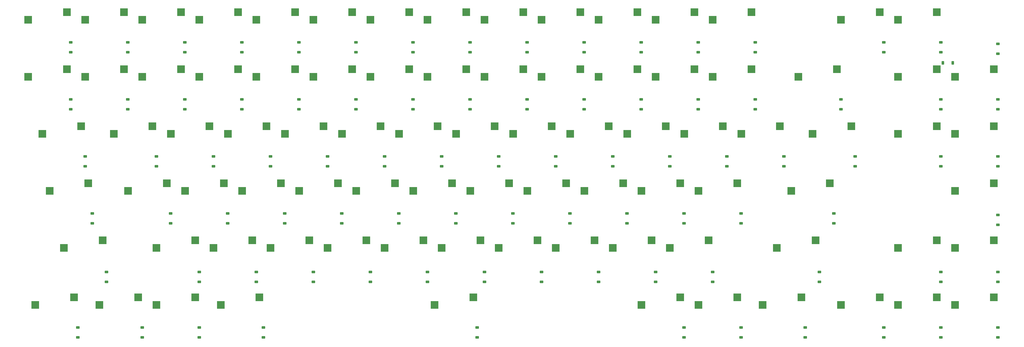
<source format=gbp>
%TF.GenerationSoftware,KiCad,Pcbnew,9.0.2*%
%TF.CreationDate,2025-07-13T14:40:43-07:00*%
%TF.ProjectId,Kicad Project,4b696361-6420-4507-926f-6a6563742e6b,rev?*%
%TF.SameCoordinates,Original*%
%TF.FileFunction,Paste,Bot*%
%TF.FilePolarity,Positive*%
%FSLAX46Y46*%
G04 Gerber Fmt 4.6, Leading zero omitted, Abs format (unit mm)*
G04 Created by KiCad (PCBNEW 9.0.2) date 2025-07-13 14:40:43*
%MOMM*%
%LPD*%
G01*
G04 APERTURE LIST*
G04 Aperture macros list*
%AMRoundRect*
0 Rectangle with rounded corners*
0 $1 Rounding radius*
0 $2 $3 $4 $5 $6 $7 $8 $9 X,Y pos of 4 corners*
0 Add a 4 corners polygon primitive as box body*
4,1,4,$2,$3,$4,$5,$6,$7,$8,$9,$2,$3,0*
0 Add four circle primitives for the rounded corners*
1,1,$1+$1,$2,$3*
1,1,$1+$1,$4,$5*
1,1,$1+$1,$6,$7*
1,1,$1+$1,$8,$9*
0 Add four rect primitives between the rounded corners*
20,1,$1+$1,$2,$3,$4,$5,0*
20,1,$1+$1,$4,$5,$6,$7,0*
20,1,$1+$1,$6,$7,$8,$9,0*
20,1,$1+$1,$8,$9,$2,$3,0*%
G04 Aperture macros list end*
%ADD10R,2.550000X2.500000*%
%ADD11RoundRect,0.225000X0.375000X-0.225000X0.375000X0.225000X-0.375000X0.225000X-0.375000X-0.225000X0*%
%ADD12RoundRect,0.225000X0.225000X0.375000X-0.225000X0.375000X-0.225000X-0.375000X0.225000X-0.375000X0*%
G04 APERTURE END LIST*
D10*
%TO.C,MX42*%
X140552660Y-128428828D03*
X153479660Y-125888828D03*
%TD*%
%TO.C,MX23*%
X221515160Y-90328828D03*
X234442160Y-87788828D03*
%TD*%
%TO.C,MX27*%
X78640160Y-109378828D03*
X91567160Y-106838828D03*
%TD*%
%TO.C,MX33*%
X192940160Y-109378828D03*
X205867160Y-106838828D03*
%TD*%
%TO.C,MX29*%
X116740160Y-109378828D03*
X129667160Y-106838828D03*
%TD*%
%TO.C,MX25*%
X259615160Y-90328828D03*
X272542160Y-87788828D03*
%TD*%
%TO.C,MX39*%
X83402660Y-128428828D03*
X96329660Y-125888828D03*
%TD*%
%TO.C,MX36*%
X250090160Y-109378828D03*
X263017160Y-106838828D03*
%TD*%
D11*
%TO.C,D54*%
X183356410Y-158812578D03*
X183356410Y-155512578D03*
%TD*%
%TO.C,D51*%
X126206410Y-158812578D03*
X126206410Y-155512578D03*
%TD*%
D10*
%TO.C,MX57*%
X226277660Y-147478828D03*
X239204660Y-144938828D03*
%TD*%
%TO.C,MX73*%
X321527660Y-166528828D03*
X334454660Y-163988828D03*
%TD*%
%TO.C,MX76*%
X52446410Y-166528828D03*
X65373410Y-163988828D03*
%TD*%
D11*
%TO.C,D59*%
X278606410Y-158812578D03*
X278606410Y-155512578D03*
%TD*%
D10*
%TO.C,MX13*%
X278665160Y-71278828D03*
X291592160Y-68738828D03*
%TD*%
%TO.C,MX16*%
X88165160Y-90328828D03*
X101092160Y-87788828D03*
%TD*%
%TO.C,MX53*%
X150077660Y-147478828D03*
X163004660Y-144938828D03*
%TD*%
%TO.C,MX59*%
X264377660Y-147478828D03*
X277304660Y-144938828D03*
%TD*%
D11*
%TO.C,D56*%
X221456410Y-158812578D03*
X221456410Y-155512578D03*
%TD*%
D10*
%TO.C,MX80*%
X312002660Y-109378828D03*
X324929660Y-106838828D03*
%TD*%
%TO.C,MX82*%
X307240160Y-90328828D03*
X320167160Y-87788828D03*
%TD*%
%TO.C,MX6*%
X145315160Y-71278828D03*
X158242160Y-68738828D03*
%TD*%
%TO.C,MX72*%
X340577660Y-147478828D03*
X353504660Y-144938828D03*
%TD*%
%TO.C,MX54*%
X169127660Y-147478828D03*
X182054660Y-144938828D03*
%TD*%
D11*
%TO.C,D52*%
X145256410Y-158812578D03*
X145256410Y-155512578D03*
%TD*%
D10*
%TO.C,MX51*%
X111977660Y-147478828D03*
X124904660Y-144938828D03*
%TD*%
%TO.C,MX74*%
X340577660Y-166528828D03*
X353504660Y-163988828D03*
%TD*%
%TO.C,MX35*%
X231040160Y-109378828D03*
X243967160Y-106838828D03*
%TD*%
%TO.C,MX63*%
X273902660Y-166528828D03*
X286829660Y-163988828D03*
%TD*%
D11*
%TO.C,D53*%
X164306410Y-158812578D03*
X164306410Y-155512578D03*
%TD*%
D10*
%TO.C,MX22*%
X202465160Y-90328828D03*
X215392160Y-87788828D03*
%TD*%
%TO.C,MX46*%
X216752660Y-128428828D03*
X229679660Y-125888828D03*
%TD*%
D11*
%TO.C,D85*%
X314325160Y-158812578D03*
X314325160Y-155512578D03*
%TD*%
D10*
%TO.C,MX12*%
X259615160Y-71278828D03*
X272542160Y-68738828D03*
%TD*%
%TO.C,MX9*%
X202465160Y-71278828D03*
X215392160Y-68738828D03*
%TD*%
%TO.C,MX64*%
X321527660Y-71278828D03*
X334454660Y-68738828D03*
%TD*%
%TO.C,MX30*%
X135790160Y-109378828D03*
X148717160Y-106838828D03*
%TD*%
%TO.C,MX14*%
X50065160Y-90328828D03*
X62992160Y-87788828D03*
%TD*%
%TO.C,MX8*%
X183415160Y-71278828D03*
X196342160Y-68738828D03*
%TD*%
%TO.C,MX45*%
X197702660Y-128428828D03*
X210629660Y-125888828D03*
%TD*%
%TO.C,MX20*%
X164365160Y-90328828D03*
X177292160Y-87788828D03*
%TD*%
%TO.C,MX65*%
X340577660Y-71278828D03*
X353504660Y-68738828D03*
%TD*%
%TO.C,MX78*%
X295333910Y-166528828D03*
X308260910Y-163988828D03*
%TD*%
D11*
%TO.C,D84*%
X76200160Y-158812578D03*
X76200160Y-155512578D03*
%TD*%
D10*
%TO.C,MX34*%
X211990160Y-109378828D03*
X224917160Y-106838828D03*
%TD*%
%TO.C,MX84*%
X61971410Y-147478828D03*
X74898410Y-144938828D03*
%TD*%
%TO.C,MX52*%
X131027660Y-147478828D03*
X143954660Y-144938828D03*
%TD*%
%TO.C,MX61*%
X92927660Y-166528828D03*
X105854660Y-163988828D03*
%TD*%
D11*
%TO.C,D55*%
X202406410Y-158812578D03*
X202406410Y-155512578D03*
%TD*%
D10*
%TO.C,MX7*%
X164365160Y-71278828D03*
X177292160Y-68738828D03*
%TD*%
%TO.C,MX40*%
X102452660Y-128428828D03*
X115379660Y-125888828D03*
%TD*%
%TO.C,MX43*%
X159602660Y-128428828D03*
X172529660Y-125888828D03*
%TD*%
%TO.C,MX28*%
X97690160Y-109378828D03*
X110617160Y-106838828D03*
%TD*%
%TO.C,MX66*%
X340577660Y-90328828D03*
X353504660Y-87788828D03*
%TD*%
%TO.C,MX68*%
X340577660Y-109378828D03*
X353504660Y-106838828D03*
%TD*%
D11*
%TO.C,D72*%
X354806410Y-158812578D03*
X354806410Y-155512578D03*
%TD*%
%TO.C,D58*%
X259556410Y-158812578D03*
X259556410Y-155512578D03*
%TD*%
D10*
%TO.C,MX67*%
X359627660Y-90328828D03*
X372554660Y-87788828D03*
%TD*%
%TO.C,MX32*%
X173890160Y-109378828D03*
X186817160Y-106838828D03*
%TD*%
%TO.C,MX58*%
X245327660Y-147478828D03*
X258254660Y-144938828D03*
%TD*%
%TO.C,MX38*%
X288190160Y-109378828D03*
X301117160Y-106838828D03*
%TD*%
%TO.C,MX49*%
X273902660Y-128428828D03*
X286829660Y-125888828D03*
%TD*%
%TO.C,MX75*%
X359627660Y-166528828D03*
X372554660Y-163988828D03*
%TD*%
%TO.C,MX18*%
X126265160Y-90328828D03*
X139192160Y-87788828D03*
%TD*%
%TO.C,MX21*%
X183415160Y-90328828D03*
X196342160Y-87788828D03*
%TD*%
%TO.C,MX11*%
X240565160Y-71278828D03*
X253492160Y-68738828D03*
%TD*%
%TO.C,MX81*%
X57208910Y-128428828D03*
X70135910Y-125888828D03*
%TD*%
%TO.C,MX24*%
X240565160Y-90328828D03*
X253492160Y-87788828D03*
%TD*%
%TO.C,MX79*%
X54827660Y-109378828D03*
X67754660Y-106838828D03*
%TD*%
%TO.C,MX3*%
X88165160Y-71278828D03*
X101092160Y-68738828D03*
%TD*%
D11*
%TO.C,D71*%
X373856410Y-158812578D03*
X373856410Y-155512578D03*
%TD*%
D10*
%TO.C,MX70*%
X359627660Y-128428828D03*
X372554660Y-125888828D03*
%TD*%
%TO.C,MX15*%
X69115160Y-90328828D03*
X82042160Y-87788828D03*
%TD*%
D11*
%TO.C,D50*%
X107156410Y-158812578D03*
X107156410Y-155512578D03*
%TD*%
D10*
%TO.C,MX19*%
X145315160Y-90328828D03*
X158242160Y-87788828D03*
%TD*%
%TO.C,MX83*%
X304858910Y-128428828D03*
X317785910Y-125888828D03*
%TD*%
%TO.C,MX60*%
X73877660Y-166528828D03*
X86804660Y-163988828D03*
%TD*%
%TO.C,MX69*%
X359627660Y-109378828D03*
X372554660Y-106838828D03*
%TD*%
%TO.C,MX47*%
X235802660Y-128428828D03*
X248729660Y-125888828D03*
%TD*%
%TO.C,MX56*%
X207227660Y-147478828D03*
X220154660Y-144938828D03*
%TD*%
%TO.C,MX10*%
X221515160Y-71278828D03*
X234442160Y-68738828D03*
%TD*%
%TO.C,MX50*%
X92927660Y-147478828D03*
X105854660Y-144938828D03*
%TD*%
%TO.C,MX86*%
X185796410Y-166528828D03*
X198723410Y-163988828D03*
%TD*%
%TO.C,MX48*%
X254852660Y-128428828D03*
X267779660Y-125888828D03*
%TD*%
%TO.C,MX5*%
X126265160Y-71278828D03*
X139192160Y-68738828D03*
%TD*%
%TO.C,MX41*%
X121502660Y-128428828D03*
X134429660Y-125888828D03*
%TD*%
%TO.C,MX85*%
X300096410Y-147478828D03*
X313023410Y-144938828D03*
%TD*%
%TO.C,MX4*%
X107215160Y-71278828D03*
X120142160Y-68738828D03*
%TD*%
%TO.C,MX62*%
X254852660Y-166528828D03*
X267779660Y-163988828D03*
%TD*%
%TO.C,MX26*%
X278665160Y-90328828D03*
X291592160Y-87788828D03*
%TD*%
%TO.C,MX1*%
X50065160Y-71278828D03*
X62992160Y-68738828D03*
%TD*%
D12*
%TO.C,D88*%
X358837660Y-85725078D03*
X355537660Y-85725078D03*
%TD*%
D10*
%TO.C,MX17*%
X107215160Y-90328828D03*
X120142160Y-87788828D03*
%TD*%
%TO.C,MX44*%
X178652660Y-128428828D03*
X191579660Y-125888828D03*
%TD*%
%TO.C,MX71*%
X359627660Y-147478828D03*
X372554660Y-144938828D03*
%TD*%
D11*
%TO.C,D57*%
X240506410Y-158812578D03*
X240506410Y-155512578D03*
%TD*%
D10*
%TO.C,MX2*%
X69115160Y-71278828D03*
X82042160Y-68738828D03*
%TD*%
%TO.C,MX31*%
X154840160Y-109378828D03*
X167767160Y-106838828D03*
%TD*%
%TO.C,MX37*%
X269140160Y-109378828D03*
X282067160Y-106838828D03*
%TD*%
%TO.C,MX55*%
X188177660Y-147478828D03*
X201104660Y-144938828D03*
%TD*%
%TO.C,MX77*%
X114358910Y-166528828D03*
X127285910Y-163988828D03*
%TD*%
D11*
%TO.C,D67*%
X373856544Y-101203319D03*
X373856544Y-97903319D03*
%TD*%
%TO.C,D87*%
X373856410Y-82612578D03*
X373856410Y-79312578D03*
%TD*%
%TO.C,D3*%
X102393964Y-82153242D03*
X102393964Y-78853242D03*
%TD*%
%TO.C,D83*%
X319087560Y-139303303D03*
X319087560Y-136003303D03*
%TD*%
%TO.C,D15*%
X83344044Y-101203319D03*
X83344044Y-97903319D03*
%TD*%
%TO.C,D23*%
X235744044Y-101203319D03*
X235744044Y-97903319D03*
%TD*%
%TO.C,D44*%
X192881310Y-139303303D03*
X192881310Y-136003303D03*
%TD*%
%TO.C,D28*%
X111918910Y-120253287D03*
X111918910Y-116953287D03*
%TD*%
%TO.C,D40*%
X116681310Y-139303303D03*
X116681310Y-136003303D03*
%TD*%
%TO.C,D43*%
X173831310Y-139303303D03*
X173831310Y-136003303D03*
%TD*%
%TO.C,D61*%
X107156410Y-177403335D03*
X107156410Y-174103335D03*
%TD*%
%TO.C,D37*%
X283368910Y-120253287D03*
X283368910Y-116953287D03*
%TD*%
%TO.C,D16*%
X102394044Y-101203319D03*
X102394044Y-97903319D03*
%TD*%
%TO.C,D81*%
X71437560Y-139303303D03*
X71437560Y-136003303D03*
%TD*%
%TO.C,D78*%
X309562660Y-177403335D03*
X309562660Y-174103335D03*
%TD*%
%TO.C,D63*%
X288131410Y-177403335D03*
X288131410Y-174103335D03*
%TD*%
%TO.C,D1*%
X64293948Y-82153242D03*
X64293948Y-78853242D03*
%TD*%
%TO.C,D64*%
X335756676Y-82153242D03*
X335756676Y-78853242D03*
%TD*%
%TO.C,D24*%
X254794044Y-101203319D03*
X254794044Y-97903319D03*
%TD*%
%TO.C,D6*%
X159543964Y-82153242D03*
X159543964Y-78853242D03*
%TD*%
%TO.C,D4*%
X121443964Y-82153242D03*
X121443964Y-78853242D03*
%TD*%
%TO.C,D12*%
X273843964Y-82153242D03*
X273843964Y-78853242D03*
%TD*%
%TO.C,D42*%
X154781310Y-139303303D03*
X154781310Y-136003303D03*
%TD*%
%TO.C,D45*%
X211931310Y-139303303D03*
X211931310Y-136003303D03*
%TD*%
%TO.C,D32*%
X188118910Y-120253287D03*
X188118910Y-116953287D03*
%TD*%
%TO.C,D34*%
X226218910Y-120253287D03*
X226218910Y-116953287D03*
%TD*%
%TO.C,D46*%
X230981310Y-139303303D03*
X230981310Y-136003303D03*
%TD*%
%TO.C,D33*%
X207168910Y-120253287D03*
X207168910Y-116953287D03*
%TD*%
%TO.C,D73*%
X335756410Y-177403335D03*
X335756410Y-174103335D03*
%TD*%
%TO.C,D10*%
X235743964Y-82153242D03*
X235743964Y-78853242D03*
%TD*%
%TO.C,D60*%
X88106410Y-177403335D03*
X88106410Y-174103335D03*
%TD*%
%TO.C,D25*%
X273844044Y-101203319D03*
X273844044Y-97903319D03*
%TD*%
%TO.C,D30*%
X150018910Y-120253287D03*
X150018910Y-116953287D03*
%TD*%
%TO.C,D49*%
X288131310Y-139303303D03*
X288131310Y-136003303D03*
%TD*%
%TO.C,D69*%
X373856410Y-120253287D03*
X373856410Y-116953287D03*
%TD*%
%TO.C,D13*%
X292893964Y-82153242D03*
X292893964Y-78853242D03*
%TD*%
%TO.C,D2*%
X83343964Y-82153242D03*
X83343964Y-78853242D03*
%TD*%
%TO.C,D62*%
X269081410Y-177403335D03*
X269081410Y-174103335D03*
%TD*%
%TO.C,D29*%
X130968910Y-120253287D03*
X130968910Y-116953287D03*
%TD*%
%TO.C,D39*%
X97631310Y-139303303D03*
X97631310Y-136003303D03*
%TD*%
%TO.C,D11*%
X254793964Y-82153242D03*
X254793964Y-78853242D03*
%TD*%
%TO.C,D70*%
X373856410Y-139762578D03*
X373856410Y-136462578D03*
%TD*%
%TO.C,D75*%
X373856410Y-177403335D03*
X373856410Y-174103335D03*
%TD*%
%TO.C,D22*%
X216694044Y-101203319D03*
X216694044Y-97903319D03*
%TD*%
%TO.C,D5*%
X140493964Y-82153242D03*
X140493964Y-78853242D03*
%TD*%
%TO.C,D38*%
X302418910Y-120253287D03*
X302418910Y-116953287D03*
%TD*%
%TO.C,D68*%
X354806410Y-120253287D03*
X354806410Y-116953287D03*
%TD*%
%TO.C,D36*%
X264318910Y-120253287D03*
X264318910Y-116953287D03*
%TD*%
%TO.C,D7*%
X178593964Y-82153242D03*
X178593964Y-78853242D03*
%TD*%
%TO.C,D86*%
X200025160Y-177403335D03*
X200025160Y-174103335D03*
%TD*%
%TO.C,D27*%
X92868910Y-120253287D03*
X92868910Y-116953287D03*
%TD*%
%TO.C,D35*%
X245268910Y-120253287D03*
X245268910Y-116953287D03*
%TD*%
%TO.C,D8*%
X197643964Y-82153242D03*
X197643964Y-78853242D03*
%TD*%
%TO.C,D17*%
X121444044Y-101203319D03*
X121444044Y-97903319D03*
%TD*%
%TO.C,D80*%
X326231410Y-120253287D03*
X326231410Y-116953287D03*
%TD*%
%TO.C,D31*%
X169068910Y-120253287D03*
X169068910Y-116953287D03*
%TD*%
%TO.C,D26*%
X292894044Y-101203319D03*
X292894044Y-97903319D03*
%TD*%
%TO.C,D77*%
X128587660Y-177403335D03*
X128587660Y-174103335D03*
%TD*%
%TO.C,D48*%
X269081310Y-139303303D03*
X269081310Y-136003303D03*
%TD*%
%TO.C,D20*%
X178594044Y-101203319D03*
X178594044Y-97903319D03*
%TD*%
%TO.C,D14*%
X64293804Y-101203319D03*
X64293804Y-97903319D03*
%TD*%
%TO.C,D47*%
X250031310Y-139303303D03*
X250031310Y-136003303D03*
%TD*%
%TO.C,D65*%
X354806692Y-82153242D03*
X354806692Y-78853242D03*
%TD*%
%TO.C,D66*%
X354806544Y-101203319D03*
X354806544Y-97903319D03*
%TD*%
%TO.C,D74*%
X354806410Y-177403335D03*
X354806410Y-174103335D03*
%TD*%
%TO.C,D76*%
X66675160Y-177403335D03*
X66675160Y-174103335D03*
%TD*%
%TO.C,D82*%
X321469044Y-101203319D03*
X321469044Y-97903319D03*
%TD*%
%TO.C,D18*%
X140494044Y-101203319D03*
X140494044Y-97903319D03*
%TD*%
%TO.C,D9*%
X216693964Y-82153242D03*
X216693964Y-78853242D03*
%TD*%
%TO.C,D79*%
X69056410Y-120253287D03*
X69056410Y-116953287D03*
%TD*%
%TO.C,D21*%
X197644044Y-101203319D03*
X197644044Y-97903319D03*
%TD*%
%TO.C,D19*%
X159544044Y-101203319D03*
X159544044Y-97903319D03*
%TD*%
%TO.C,D41*%
X135731310Y-139303303D03*
X135731310Y-136003303D03*
%TD*%
M02*

</source>
